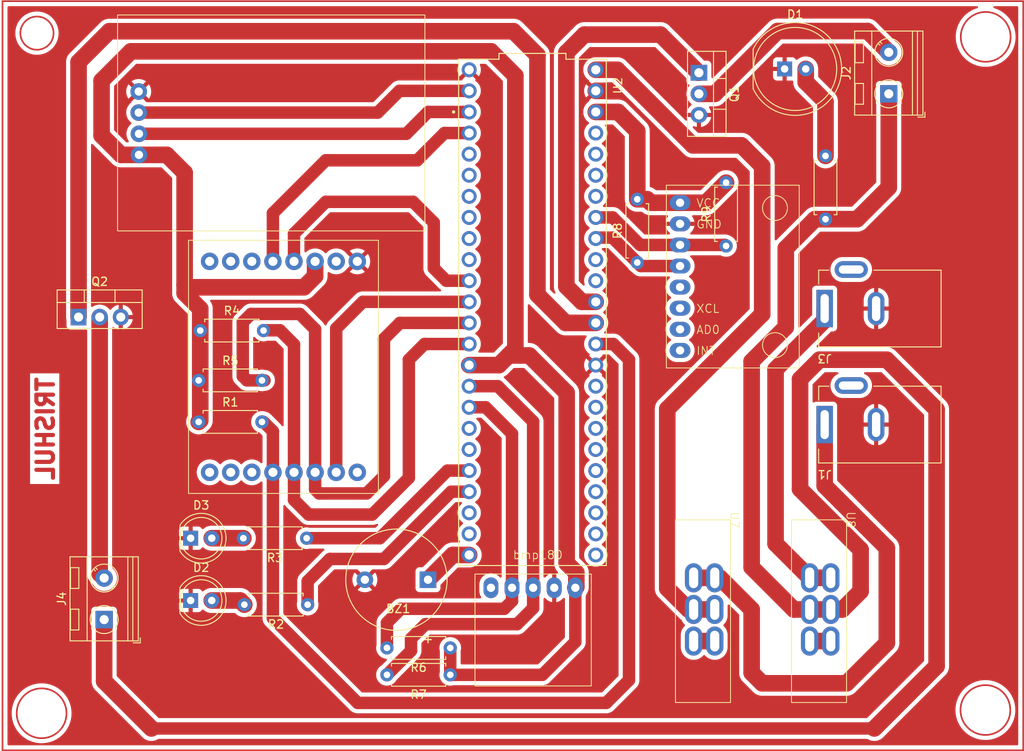
<source format=kicad_pcb>
(kicad_pcb (version 20240108) (generator "pcbnew") (generator_version "8.0")
  (layers (0 "F.Cu" signal) (31 "B.Cu" signal) (34 "B.Paste" user) (35 "F.Paste" user) (36 "B.SilkS" user "B.Silkscreen") (37 "F.SilkS" user "F.Silkscreen") (38 "B.Mask" user) (39 "F.Mask" user) (44 "Edge.Cuts" user))
  (net 0 "")
  (net 1 "Net-(BZ1-+)")
  (net 2 "GND")
  (net 3 "Net-(D2-A)")
  (net 4 "Net-(D3-A)")
  (net 5 "Net-(U2-OUT2)")
  (net 6 "Net-(U2-OUT1C)")
  (net 7 "Net-(U2-RX1)")
  (net 9 "Net-(U2-TX1)")
  (net 12 "Net-(U2-MISO)")
  (net 14 "Net-(U3-Vcc)")
  (net 15 "Net-(U2-CS1)")
  (net 16 "Net-(U2-MOSI)")
  (net 18 "Net-(J4-Pin_2)")
  (net 20 "Net-(U2-A4)")
  (net 21 "Net-(U2-A5)")
  (net 26 "Net-(U2-A11)")
  (net 46 "Net-(U2-TX7)")
  (net 47 "Net-(U2-RX7)")
  (net 49 "Net-(U2-SCK)")
  (net 50 "Net-(U2-A1)")
  (net 56 "Net-(J2-Pin_2)")
  (net 57 "Net-(D1-A)")
  (net 59 "Net-(U2-A10)")
  (net 61 "Net-(J1-Pad1)")
  (net 62 "Net-(U7-Pad3)")
  (net 63 "Net-(J3-Pad1)")
  (net 64 "Net-(J2-Pin_1)")
  (net 65 "Net-(U8-Pad3)")
  (net 66 "Net-(U2-PadVIN)")
  (net 67 "Net-(Q2-G)")
  (footprint "mpu6050:mpu6050" (layer "F.Cu") (at 189.5 92)
    (property "Reference" "U5" (hide yes))
    (property "Value" "~")
    (fp_text user "INT" (at -4.445 9.525 0) (layer "F.SilkS") (effects (font (thickness 0.1)) (justify left bottom)))
    (fp_text user "VCC" (at -4.445 -8.255 0) (layer "F.SilkS") (effects (font (thickness 0.1)) (justify left bottom)))
    (fp_text user "GND" (at -4.445 -5.715 0) (layer "F.SilkS") (effects (font (thickness 0.1)) (justify left bottom)))
    (fp_text user "AD0" (at -4.445 6.985 0) (layer "F.SilkS") (effects (font (thickness 0.1)) (justify left bottom)))
    (fp_text user "XCL" (at -4.445 4.445 0) (layer "F.SilkS") (effects (font (thickness 0.1)) (justify left bottom)))
    (pad "1" thru_hole oval (at -6.35 -8.89) (size 2.5 1.8) (drill 1) (layers "*.Cu" "*.Mask") (net 14 "Net-(U3-Vcc)"))
    (pad "2" thru_hole oval (at -6.35 -6.35) (size 2.5 1.8) (drill 1) (layers "*.Cu" "*.Mask") (net 2 "GND"))
    (pad "3" thru_hole oval (at -6.35 -3.81) (size 2.5 1.8) (drill 1) (layers "*.Cu" "*.Mask") (net 21 "Net-(U2-A5)"))
    (pad "4" thru_hole oval (at -6.35 -1.27) (size 2.5 1.8) (drill 1) (layers "*.Cu" "*.Mask") (net 20 "Net-(U2-A4)"))
    (pad "5" thru_hole oval (at -6.35 1.27) (size 2.5 1.8) (drill 1) (layers "*.Cu" "*.Mask"))
    (pad "6" thru_hole oval (at -6.35 3.81) (size 2.5 1.8) (drill 1) (layers "*.Cu" "*.Mask"))
    (pad "7" thru_hole oval (at -6.35 6.35) (size 2.5 1.8) (drill 1) (layers "*.Cu" "*.Mask"))
    (pad "8" thru_hole oval (at -6.35 8.89) (size 2.5 1.8) (drill 1) (layers "*.Cu" "*.Mask"))
  )
  (footprint "Connector_BarrelJack:BarrelJack_Kycon_KLDX-0202-xC_Horizontal" (layer "F.Cu") (at 200.56 109.82 180)
    (property "Reference" "J1" (at 0 -6 180) (layer "F.SilkS"))
    (property "Value" "Barrel_Jack_MountingPin")
    (pad "1" thru_hole rect (at 0 0 180) (size 2 4.5) (drill oval 1 3.5) (layers "*.Cu" "*.Mask") (net 61 "Net-(J1-Pad1)"))
    (pad "2" thru_hole oval (at -6.2 0 180) (size 2 4) (drill oval 1 3) (layers "*.Cu" "*.Mask") (net 2 "GND"))
    (pad "3" thru_hole oval (at -3.2 4.7 270) (size 2 4) (drill oval 1 3) (layers "*.Cu" "*.Mask"))
  )
  (footprint "6 PIN SLIDE SWITCH:SLIDER PIN" (layer "F.Cu") (at 203.2 121.285 -90)
    (property "Reference" "U8" (at 0 -0.5 -90) (layer "F.SilkS") (effects (font (thickness 0.1))))
    (property "Value" "~")
    (pad "1" thru_hole oval (at 6.985 1.905) (size 2.1 3.5) (drill oval 1.1 2.5) (layers "*.Cu" "*.Mask") (net 63 "Net-(J3-Pad1)"))
    (pad "2" thru_hole oval (at 6.985 4.445) (size 2.1 3.5) (drill oval 1.1 2.5) (layers "*.Cu" "*.Mask") (net 63 "Net-(J3-Pad1)"))
    (pad "3" thru_hole oval (at 14.605 1.905) (size 2.1 3.5) (drill oval 1.1 2.5) (layers "*.Cu" "*.Mask") (net 65 "Net-(U8-Pad3)"))
    (pad "4" thru_hole oval (at 14.605 4.445) (size 2.1 3.5) (drill oval 1.1 2.5) (layers "*.Cu" "*.Mask") (net 65 "Net-(U8-Pad3)"))
    (pad "5" thru_hole oval (at 10.795 1.905) (size 2.1 3.5) (drill oval 1.1 2.5) (layers "*.Cu" "*.Mask") (net 64 "Net-(J2-Pin_1)"))
    (pad "6" thru_hole oval (at 10.795 4.445) (size 2.1 3.5) (drill oval 1.1 2.5) (layers "*.Cu" "*.Mask") (net 64 "Net-(J2-Pin_1)"))
  )
  (footprint "TerminalBlock_RND:TerminalBlock_RND_205-00045_1x02_P5.00mm_Horizontal" (layer "F.Cu") (at 113.81 133.3 90)
    (property "Reference" "J4" (at 2.5 -5.11 90) (layer "F.SilkS"))
    (property "Value" "Screw_Terminal_01x02")
    (pad "1" thru_hole rect (at 0 0 90) (size 2.1 2.1) (drill 1.1) (layers "*.Cu" "*.Mask") (net 64 "Net-(J2-Pin_1)"))
    (pad "2" thru_hole circle (at 5 0 90) (size 2.1 2.1) (drill 1.1) (layers "*.Cu" "*.Mask") (net 18 "Net-(J4-Pin_2)"))
  )
  (footprint "Resistor_THT:R_Axial_DIN0207_L6.3mm_D2.5mm_P7.62mm_Horizontal" (layer "F.Cu") (at 200.66 85.09 90)
    (property "Reference" "R10" (hide yes))
    (property "Value" "R" (hide yes))
    (pad "1" thru_hole circle (at 0 0 90) (size 1.6 1.6) (drill 0.8) (layers "*.Cu" "*.Mask") (net 64 "Net-(J2-Pin_1)"))
    (pad "2" thru_hole oval (at 7.62 0 90) (size 1.6 1.6) (drill 0.8) (layers "*.Cu" "*.Mask") (net 57 "Net-(D1-A)"))
  )
  (footprint "Package_TO_SOT_THT:TO-220-3_Vertical" (layer "F.Cu") (at 110.73 96.88)
    (property "Reference" "Q2" (at 2.54 -4.27 0) (layer "F.SilkS"))
    (property "Value" "IRF540N")
    (pad "1" thru_hole rect (at 0 0) (size 1.905 2) (drill 1.1) (layers "*.Cu" "*.Mask") (net 67 "Net-(Q2-G)"))
    (pad "2" thru_hole oval (at 2.54 0) (size 1.905 2) (drill 1.1) (layers "*.Cu" "*.Mask") (net 18 "Net-(J4-Pin_2)"))
    (pad "3" thru_hole oval (at 5.08 0) (size 1.905 2) (drill 1.1) (layers "*.Cu" "*.Mask") (net 2 "GND"))
  )
  (footprint "LoRa-Ra-02:LoRa-02" (layer "F.Cu") (at 146.83 87.63 -90)
    (property "Reference" "U6" (hide yes))
    (property "Value" "~" (hide yes))
    (pad "1" thru_hole circle (at 2.54 2.54 270) (size 2.1 2.1) (drill 1.1) (layers "*.Cu" "*.Mask") (net 2 "GND"))
    (pad "2" thru_hole circle (at 2.54 5.08 270) (size 2.1 2.1) (drill 1.1) (layers "*.Cu" "*.Mask"))
    (pad "3" thru_hole circle (at 2.54 7.62 270) (size 2.1 2.1) (drill 1.1) (layers "*.Cu" "*.Mask") (net 14 "Net-(U3-Vcc)"))
    (pad "4" thru_hole circle (at 2.54 10.16 270) (size 2.1 2.1) (drill 1.1) (layers "*.Cu" "*.Mask") (net 6 "Net-(U2-OUT1C)"))
    (pad "5" thru_hole circle (at 2.54 12.7 270) (size 2.1 2.1) (drill 1.1) (layers "*.Cu" "*.Mask") (net 5 "Net-(U2-OUT2)"))
    (pad "6" thru_hole circle (at 2.54 15.24 270) (size 2.1 2.1) (drill 1.1) (layers "*.Cu" "*.Mask"))
    (pad "7" thru_hole circle (at 2.54 17.78 270) (size 2.1 2.1) (drill 1.1) (layers "*.Cu" "*.Mask"))
    (pad "8" thru_hole circle (at 2.54 20.32 270) (size 2.1 2.1) (drill 1.1) (layers "*.Cu" "*.Mask"))
    (pad "9" thru_hole circle (at 27.94 2.54 270) (size 2.1 2.1) (drill 1.1) (layers "*.Cu" "*.Mask"))
    (pad "10" thru_hole circle (at 27.94 5.08 270) (size 2.1 2.1) (drill 1.1) (layers "*.Cu" "*.Mask") (net 15 "Net-(U2-CS1)"))
    (pad "11" thru_hole circle (at 27.94 7.62 270) (size 2.1 2.1) (drill 1.1) (layers "*.Cu" "*.Mask") (net 16 "Net-(U2-MOSI)"))
    (pad "12" thru_hole circle (at 27.94 10.16 270) (size 2.1 2.1) (drill 1.1) (layers "*.Cu" "*.Mask") (net 12 "Net-(U2-MISO)"))
    (pad "13" thru_hole circle (at 27.94 12.7 270) (size 2.1 2.1) (drill 1.1) (layers "*.Cu" "*.Mask") (net 49 "Net-(U2-SCK)"))
    (pad "14" thru_hole circle (at 27.94 15.24 270) (size 2.1 2.1) (drill 1.1) (layers "*.Cu" "*.Mask"))
    (pad "15" thru_hole circle (at 27.94 17.78 270) (size 2.1 2.1) (drill 1.1) (layers "*.Cu" "*.Mask"))
    (pad "16" thru_hole circle (at 27.94 20.32 270) (size 2.1 2.1) (drill 1.1) (layers "*.Cu" "*.Mask"))
  )
  (footprint "teensy:MODULE_DEV-16771" (layer "F.Cu") (at 165.38 96.31 -90)
    (property "Reference" "U2" (at -27.305 -10.295 90) (layer "F.SilkS"))
    (property "Value" "DEV-16771")
    (pad "0" thru_hole circle (at -26.67 7.62 270) (size 1.8 1.8) (drill 1.1) (layers "*.Cu" "*.Mask") (net 7 "Net-(U2-RX1)"))
    (pad "1" thru_hole circle (at -24.13 7.62 270) (size 1.8 1.8) (drill 1.1) (layers "*.Cu" "*.Mask") (net 9 "Net-(U2-TX1)"))
    (pad "2" thru_hole circle (at -21.59 7.62 270) (size 1.8 1.8) (drill 1.1) (layers "*.Cu" "*.Mask") (net 5 "Net-(U2-OUT2)"))
    (pad "3" thru_hole circle (at -19.05 7.62 270) (size 1.8 1.8) (drill 1.1) (layers "*.Cu" "*.Mask"))
    (pad "3.3V_1" thru_hole circle (at 6.35 7.62 270) (size 1.8 1.8) (drill 1.1) (layers "*.Cu" "*.Mask") (net 14 "Net-(U3-Vcc)"))
    (pad "3.3V_2" thru_hole circle (at -24.13 -7.62 270) (size 1.8 1.8) (drill 1.1) (layers "*.Cu" "*.Mask") (net 14 "Net-(U3-Vcc)"))
    (pad "4" thru_hole circle (at -16.51 7.62 270) (size 1.8 1.8) (drill 1.1) (layers "*.Cu" "*.Mask"))
    (pad "5" thru_hole circle (at -13.97 7.62 270) (size 1.8 1.8) (drill 1.1) (layers "*.Cu" "*.Mask"))
    (pad "6" thru_hole circle (at -11.43 7.62 270) (size 1.8 1.8) (drill 1.1) (layers "*.Cu" "*.Mask"))
    (pad "7" thru_hole circle (at -8.89 7.62 270) (size 1.8 1.8) (drill 1.1) (layers "*.Cu" "*.Mask"))
    (pad "8" thru_hole circle (at -6.35 7.62 270) (size 1.8 1.8) (drill 1.1) (layers "*.Cu" "*.Mask"))
    (pad "9" thru_hole circle (at -3.81 7.62 270) (size 1.8 1.8) (drill 1.1) (layers "*.Cu" "*.Mask") (net 6 "Net-(U2-OUT1C)"))
    (pad "10" thru_hole circle (at -1.27 7.62 270) (size 1.8 1.8) (drill 1.1) (layers "*.Cu" "*.Mask") (net 15 "Net-(U2-CS1)"))
    (pad "11" thru_hole circle (at 1.27 7.62 270) (size 1.8 1.8) (drill 1.1) (layers "*.Cu" "*.Mask") (net 16 "Net-(U2-MOSI)"))
    (pad "12" thru_hole circle (at 3.81 7.62 270) (size 1.8 1.8) (drill 1.1) (layers "*.Cu" "*.Mask") (net 12 "Net-(U2-MISO)"))
    (pad "13" thru_hole circle (at 3.81 -7.62 270) (size 1.8 1.8) (drill 1.1) (layers "*.Cu" "*.Mask") (net 49 "Net-(U2-SCK)"))
    (pad "14" thru_hole circle (at 1.27 -7.62 270) (size 1.8 1.8) (drill 1.1) (layers "*.Cu" "*.Mask") (net 67 "Net-(Q2-G)"))
    (pad "15" thru_hole circle (at -1.27 -7.62 270) (size 1.8 1.8) (drill 1.1) (layers "*.Cu" "*.Mask") (net 50 "Net-(U2-A1)"))
    (pad "16" thru_hole circle (at -3.81 -7.62 270) (size 1.8 1.8) (drill 1.1) (layers "*.Cu" "*.Mask"))
    (pad "17" thru_hole circle (at -6.35 -7.62 270) (size 1.8 1.8) (drill 1.1) (layers "*.Cu" "*.Mask"))
    (pad "18" thru_hole circle (at -8.89 -7.62 270) (size 1.8 1.8) (drill 1.1) (layers "*.Cu" "*.Mask") (net 20 "Net-(U2-A4)"))
    (pad "19" thru_hole circle (at -11.43 -7.62 270) (size 1.8 1.8) (drill 1.1) (layers "*.Cu" "*.Mask") (net 21 "Net-(U2-A5)"))
    (pad "20" thru_hole circle (at -13.97 -7.62 270) (size 1.8 1.8) (drill 1.1) (layers "*.Cu" "*.Mask"))
    (pad "21" thru_hole circle (at -16.51 -7.62 270) (size 1.8 1.8) (drill 1.1) (layers "*.Cu" "*.Mask"))
    (pad "22" thru_hole circle (at -19.05 -7.62 270) (size 1.8 1.8) (drill 1.1) (layers "*.Cu" "*.Mask"))
    (pad "23" thru_hole circle (at -21.59 -7.62 270) (size 1.8 1.8) (drill 1.1) (layers "*.Cu" "*.Mask"))
    (pad "24" thru_hole circle (at 8.89 7.62 270) (size 1.8 1.8) (drill 1.1) (layers "*.Cu" "*.Mask") (net 59 "Net-(U2-A10)"))
    (pad "25" thru_hole circle (at 11.43 7.62 270) (size 1.8 1.8) (drill 1.1) (layers "*.Cu" "*.Mask") (net 26 "Net-(U2-A11)"))
    (pad "26" thru_hole circle (at 13.97 7.62 270) (size 1.8 1.8) (drill 1.1) (layers "*.Cu" "*.Mask"))
    (pad "27" thru_hole circle (at 16.51 7.62 270) (size 1.8 1.8) (drill 1.1) (layers "*.Cu" "*.Mask"))
    (pad "28" thru_hole circle (at 19.05 7.62 270) (size 1.8 1.8) (drill 1.1) (layers "*.Cu" "*.Mask") (net 47 "Net-(U2-RX7)"))
    (pad "29" thru_hole circle (at 21.59 7.62 270) (size 1.8 1.8) (drill 1.1) (layers "*.Cu" "*.Mask") (net 46 "Net-(U2-TX7)"))
    (pad "30" thru_hole circle (at 24.13 7.62 270) (size 1.8 1.8) (drill 1.1) (layers "*.Cu" "*.Mask"))
    (pad "31" thru_hole circle (at 26.67 7.62 270) (size 1.8 1.8) (drill 1.1) (layers "*.Cu" "*.Mask"))
    (pad "32" thru_hole circle (at 29.21 7.62 270) (size 1.8 1.8) (drill 1.1) (layers "*.Cu" "*.Mask") (net 1 "Net-(BZ1-+)"))
    (pad "33" thru_hole circle (at 29.21 -7.62 270) (size 1.8 1.8) (drill 1.1) (layers "*.Cu" "*.Mask"))
    (pad "34" thru_hole circle (at 26.67 -7.62 270) (size 1.8 1.8) (drill 1.1) (layers "*.Cu" "*.Mask"))
    (pad "35" thru_hole circle (at 24.13 -7.62 270) (size 1.8 1.8) (drill 1.1) (layers "*.Cu" "*.Mask"))
    (pad "36" thru_hole circle (at 21.59 -7.62 270) (size 1.8 1.8) (drill 1.1) (layers "*.Cu" "*.Mask"))
    (pad "37" thru_hole circle (at 19.05 -7.62 270) (size 1.8 1.8) (drill 1.1) (layers "*.Cu" "*.Mask"))
    (pad "38" thru_hole circle (at 16.51 -7.62 270) (size 1.8 1.8) (drill 1.1) (layers "*.Cu" "*.Mask"))
    (pad "39" thru_hole circle (at 13.97 -7.62 270) (size 1.8 1.8) (drill 1.1) (layers "*.Cu" "*.Mask"))
    (pad "40" thru_hole circle (at 11.43 -7.62 270) (size 1.8 1.8) (drill 1.1) (layers "*.Cu" "*.Mask"))
    (pad "41" thru_hole circle (at 8.89 -7.62 270) (size 1.8 1.8) (drill 1.1) (layers "*.Cu" "*.Mask"))
    (pad "GND1" thru_hole circle (at -29.21 7.62 270) (size 1.8 1.8) (drill 1.1) (layers "*.Cu" "*.Mask") (net 2 "GND"))
    (pad "GND2" thru_hole circle (at 6.35 -7.62 270) (size 1.8 1.8) (drill 1.1) (layers "*.Cu" "*.Mask") (net 2 "GND"))
    (pad "GND3" thru_hole circle (at -26.67 -7.62 270) (size 1.8 1.8) (drill 1.1) (layers "*.Cu" "*.Mask") (net 2 "GND"))
    (pad "VIN" thru_hole circle (at -29.21 -7.62 270) (size 1.8 1.8) (drill 1.1) (layers "*.Cu" "*.Mask") (net 66 "Net-(U2-PadVIN)"))
  )
  (footprint "Resistor_THT:R_Axial_DIN0207_L6.3mm_D2.5mm_P7.62mm_Horizontal" (layer "F.Cu") (at 188.69 88.31 90)
    (property "Reference" "R9" (at 3.81 -2.37 90) (layer "F.SilkS"))
    (property "Value" "R")
    (pad "1" thru_hole circle (at 0 0 90) (size 1.6 1.6) (drill 0.8) (layers "*.Cu" "*.Mask") (net 21 "Net-(U2-A5)"))
    (pad "2" thru_hole oval (at 7.62 0 90) (size 1.6 1.6) (drill 0.8) (layers "*.Cu" "*.Mask") (net 14 "Net-(U3-Vcc)"))
  )
  (footprint "LED_THT:LED_D5.0mm" (layer "F.Cu") (at 124.225 123.5)
    (property "Reference" "D3" (at 1.27 -3.96 0) (layer "F.SilkS"))
    (property "Value" "LED")
    (pad "1" thru_hole rect (at 0 0) (size 1.8 1.8) (drill 0.9) (layers "*.Cu" "*.Mask") (net 2 "GND"))
    (pad "2" thru_hole circle (at 2.54 0) (size 1.8 1.8) (drill 0.9) (layers "*.Cu" "*.Mask") (net 4 "Net-(D3-A)"))
  )
  (footprint "Connector_BarrelJack:BarrelJack_Kycon_KLDX-0202-xC_Horizontal" (layer "F.Cu") (at 200.56 95.85 180)
    (property "Reference" "J3" (at 0 -6 180) (layer "F.SilkS"))
    (property "Value" "Barrel_Jack_MountingPin")
    (pad "1" thru_hole rect (at 0 0 180) (size 2 4.5) (drill oval 1 3.5) (layers "*.Cu" "*.Mask") (net 63 "Net-(J3-Pad1)"))
    (pad "2" thru_hole oval (at -6.2 0 180) (size 2 4) (drill oval 1 3) (layers "*.Cu" "*.Mask") (net 2 "GND"))
    (pad "3" thru_hole oval (at -3.2 4.7 270) (size 2 4) (drill oval 1 3) (layers "*.Cu" "*.Mask"))
  )
  (footprint "Resistor_THT:R_Axial_DIN0207_L6.3mm_D2.5mm_P7.62mm_Horizontal" (layer "F.Cu") (at 125.38 98.5)
    (property "Reference" "R4" (at 3.81 -2.37 0) (layer "F.SilkS"))
    (property "Value" "R")
    (pad "1" thru_hole circle (at 0 0) (size 1.6 1.6) (drill 0.8) (layers "*.Cu" "*.Mask") (net 14 "Net-(U3-Vcc)"))
    (pad "2" thru_hole oval (at 7.62 0) (size 1.6 1.6) (drill 0.8) (layers "*.Cu" "*.Mask") (net 12 "Net-(U2-MISO)"))
  )
  (footprint "Package_TO_SOT_THT:TO-220-3_Vertical" (layer "F.Cu") (at 185.42 67.46 -90)
    (property "Reference" "Q1" (at 2.54 -4.27 -90) (layer "F.SilkS"))
    (property "Value" "IRFZ44N")
    (pad "1" thru_hole rect (at 0 0 270) (size 1.905 2) (drill 1.1) (layers "*.Cu" "*.Mask") (net 50 "Net-(U2-A1)"))
    (pad "2" thru_hole oval (at 2.54 0 270) (size 1.905 2) (drill 1.1) (layers "*.Cu" "*.Mask") (net 56 "Net-(J2-Pin_2)"))
    (pad "3" thru_hole oval (at 5.08 0 270) (size 1.905 2) (drill 1.1) (layers "*.Cu" "*.Mask") (net 2 "GND"))
  )
  (footprint "Resistor_THT:R_Axial_DIN0207_L6.3mm_D2.5mm_P7.62mm_Horizontal" (layer "F.Cu") (at 138.31 131.5 180)
    (property "Reference" "R2" (at 3.81 -2.37 180) (layer "F.SilkS"))
    (property "Value" "R")
    (pad "1" thru_hole circle (at 0 0 180) (size 1.6 1.6) (drill 0.8) (layers "*.Cu" "*.Mask") (net 46 "Net-(U2-TX7)"))
    (pad "2" thru_hole oval (at 7.62 0 180) (size 1.6 1.6) (drill 0.8) (layers "*.Cu" "*.Mask") (net 3 "Net-(D2-A)"))
  )
  (footprint "LED_THT:LED_D5.0mm" (layer "F.Cu") (at 124.225 131)
    (property "Reference" "D2" (at 1.27 -3.96 0) (layer "F.SilkS"))
    (property "Value" "LED")
    (pad "1" thru_hole rect (at 0 0) (size 1.8 1.8) (drill 0.9) (layers "*.Cu" "*.Mask") (net 2 "GND"))
    (pad "2" thru_hole circle (at 2.54 0) (size 1.8 1.8) (drill 0.9) (layers "*.Cu" "*.Mask") (net 3 "Net-(D2-A)"))
  )
  (footprint "Resistor_THT:R_Axial_DIN0207_L6.3mm_D2.5mm_P7.62mm_Horizontal" (layer "F.Cu") (at 125.19 104.5)
    (property "Reference" "R5" (at 3.81 -2.37 0) (layer "F.SilkS"))
    (property "Value" "R")
    (pad "1" thru_hole circle (at 0 0) (size 1.6 1.6) (drill 0.8) (layers "*.Cu" "*.Mask") (net 14 "Net-(U3-Vcc)"))
    (pad "2" thru_hole oval (at 7.62 0) (size 1.6 1.6) (drill 0.8) (layers "*.Cu" "*.Mask") (net 16 "Net-(U2-MOSI)"))
  )
  (footprint "Buzzer_Beeper:Buzzer_12x9.5RM7.6" (layer "F.Cu") (at 152.8 128.5 180)
    (property "Reference" "BZ1" (at 3.59 -3.5 0) (layer "F.SilkS"))
    (property "Value" "Buzzer")
    (fp_text user "+" (at -0.01 -7.135 0) (layer "F.SilkS"))
    (pad "1" thru_hole rect (at 0 0 180) (size 2 2) (drill 1) (layers "*.Cu" "*.Mask") (net 1 "Net-(BZ1-+)"))
    (pad "2" thru_hole circle (at 7.6 0 180) (size 2 2) (drill 1) (layers "*.Cu" "*.Mask") (net 2 "GND"))
  )
  (footprint "BMP180:BMP180" (layer "F.Cu") (at 165.46 123.12)
    (property "Reference" "U4" (hide yes))
    (property "Value" "~")
    (fp_text user "bmp180" (at -2.5 2.98 0) (layer "F.SilkS") (effects (font (thickness 0.1)) (justify left bottom)))
    (pad "1" thru_hole oval (at 5.08 6.35) (size 1.8 2.5) (drill 1) (layers "*.Cu" "*.Mask") (net 14 "Net-(U3-Vcc)"))
    (pad "2" thru_hole oval (at 2.54 6.35) (size 1.8 2.5) (drill 1) (layers "*.Cu" "*.Mask") (net 2 "GND"))
    (pad "3" thru_hole oval (at 0 6.35) (size 1.8 2.5) (drill 1) (layers "*.Cu" "*.Mask") (net 59 "Net-(U2-A10)"))
    (pad "4" thru_hole oval (at -2.54 6.35) (size 1.8 2.5) (drill 1) (layers "*.Cu" "*.Mask") (net 26 "Net-(U2-A11)"))
    (pad "5" thru_hole oval (at -5.08 6.35) (size 1.8 2.5) (drill 1) (layers "*.Cu" "*.Mask"))
  )
  (footprint "6 PIN SLIDE SWITCH:SLIDER PIN" (layer "F.Cu") (at 189.23 121.285 -90)
    (property "Reference" "U7" (at 0 -0.5 -90) (layer "F.SilkS") (effects (font (thickness 0.1))))
    (property "Value" "~")
    (pad "1" thru_hole oval (at 6.985 1.905) (size 2.1 3.5) (drill oval 1.1 2.5) (layers "*.Cu" "*.Mask") (net 61 "Net-(J1-Pad1)"))
    (pad "2" thru_hole oval (at 6.985 4.445) (size 2.1 3.5) (drill oval 1.1 2.5) (layers "*.Cu" "*.Mask") (net 61 "Net-(J1-Pad1)"))
    (pad "3" thru_hole oval (at 14.605 1.905) (size 2.1 3.5) (drill oval 1.1 2.5) (layers "*.Cu" "*.Mask") (net 62 "Net-(U7-Pad3)"))
    (pad "4" thru_hole oval (at 14.605 4.445) (size 2.1 3.5) (drill oval 1.1 2.5) (layers "*.Cu" "*.Mask") (net 62 "Net-(U7-Pad3)"))
    (pad "5" thru_hole oval (at 10.795 1.905) (size 2.1 3.5) (drill oval 1.1 2.5) (layers "*.Cu" "*.Mask") (net 66 "Net-(U2-PadVIN)"))
    (pad "6" thru_hole oval (at 10.795 4.445) (size 2.1 3.5) (drill oval 1.1 2.5) (layers "*.Cu" "*.Mask") (net 66 "Net-(U2-PadVIN)"))
  )
  (footprint "Resistor_THT:R_Axial_DIN0207_L6.3mm_D2.5mm_P7.62mm_Horizontal" (layer "F.Cu") (at 178 90.31 90)
    (property "Reference" "R8" (at 3.81 -2.37 90) (layer "F.SilkS"))
    (property "Value" "R")
    (pad "1" thru_hole circle (at 0 0 90) (size 1.6 1.6) (drill 0.8) (layers "*.Cu" "*.Mask") (net 20 "Net-(U2-A4)"))
    (pad "2" thru_hole oval (at 7.62 0 90) (size 1.6 1.6) (drill 0.8) (layers "*.Cu" "*.Mask") (net 14 "Net-(U3-Vcc)"))
  )
  (footprint "Resistor_THT:R_Axial_DIN0207_L6.3mm_D2.5mm_P7.62mm_Horizontal" (layer "F.Cu") (at 138.19 123.5 180)
    (property "Reference" "R3" (at 3.81 -2.37 180) (layer "F.SilkS"))
    (property "Value" "R")
    (pad "1" thru_hole circle (at 0 0 180) (size 1.6 1.6) (drill 0.8) (layers "*.Cu" "*.Mask") (net 47 "Net-(U2-RX7)"))
    (pad "2" thru_hole oval (at 7.62 0 180) (size 1.6 1.6) (drill 0.8) (layers "*.Cu" "*.Mask") (net 4 "Net-(D3-A)"))
  )
  (footprint "LED_THT:LED_D10.0mm" (layer "F.Cu") (at 195.74 67)
    (property "Reference" "D1" (at 1.27 -6.56 0) (layer "F.SilkS"))
    (property "Value" "LED")
    (pad "1" thru_hole rect (at 0 0) (size 1.8 1.8) (drill 0.9) (layers "*.Cu" "*.Mask") (net 2 "GND"))
    (pad "2" thru_hole circle (at 2.54 0) (size 1.8 1.8) (drill 0.9) (layers "*.Cu" "*.Mask") (net 57 "Net-(D1-A)"))
  )
  (footprint "Resistor_THT:R_Axial_DIN0207_L6.3mm_D2.5mm_P7.62mm_Horizontal" (layer "F.Cu") (at 155.48 136.71 180)
    (property "Reference" "R6" (at 3.81 -2.37 0) (layer "F.SilkS"))
    (property "Value" "R")
    (pad "1" thru_hole circle (at 0 0 180) (size 1.6 1.6) (drill 0.8) (layers "*.Cu" "*.Mask") (net 14 "Net-(U3-Vcc)"))
    (pad "2" thru_hole oval (at 7.62 0 180) (size 1.6 1.6) (drill 0.8) (layers "*.Cu" "*.Mask") (net 26 "Net-(U2-A11)"))
  )
  (footprint "Resistor_THT:R_Axial_DIN0207_L6.3mm_D2.5mm_P7.62mm_Horizontal" (layer "F.Cu") (at 155.48 139.95 180)
    (property "Reference" "R7" (at 3.81 -2.37 0) (layer "F.SilkS"))
    (property "Value" "R")
    (pad "1" thru_hole circle (at 0 0 180) (size 1.6 1.6) (drill 0.8) (layers "*.Cu" "*.Mask") (net 14 "Net-(U3-Vcc)"))
    (pad "2" thru_hole oval (at 7.62 0 180) (size 1.6 1.6) (drill 0.8) (layers "*.Cu" "*.Mask") (net 59 "Net-(U2-A10)"))
  )
  (footprint "GPS MODULE FINAL:GPS" (layer "F.Cu") (at 115.428919 73.5)
    (property "Reference" "U3" (hide yes))
    (property "Value" "~" (hide yes))
    (pad "1" thru_hole circle (at 2.571081 3.846144) (size 2 2) (drill 1) (layers "*.Cu" "*.Mask") (net 14 "Net-(U3-Vcc)"))
    (pad "2" thru_hole circle (at 2.571081 1.309001) (size 2 2) (drill 1) (layers "*.Cu" "*.Mask") (net 9 "Net-(U2-TX1)"))
    (pad "3" thru_hole circle (at 2.541918 -1.242723) (size 2 2) (drill 1) (layers "*.Cu" "*.Mask") (net 7 "Net-(U2-RX1)"))
    (pad "4" thru_hole circle (at 2.541918 -3.779866) (size 2 2) (drill 1) (layers "*.Cu" "*.Mask") (net 2 "GND"))
  )
  (footprint "TerminalBlock_RND:TerminalBlock_RND_205-00045_1x02_P5.00mm_Horizontal" (layer "F.Cu") (at 208.28 70 90)
    (property "Reference" "J2" (at 2.5 -5.11 90) (layer "F.SilkS"))
    (property "Value" "Screw_Terminal_01x02")
    (pad "1" thru_hole rect (at 0 0 90) (size 2.1 2.1) (drill 1.1) (layers "*.Cu" "*.Mask") (net 64 "Net-(J2-Pin_1)"))
    (pad "2" thru_hole circle (at 5 0 90) (size 2.1 2.1) (drill 1.1) (layers "*.Cu" "*.Mask") (net 56 "Net-(J2-Pin_2)"))
  )
  (footprint "Resistor_THT:R_Axial_DIN0207_L6.3mm_D2.5mm_P7.62mm_Horizontal" (layer "F.Cu") (at 125.19 109.5)
    (property "Reference" "R1" (at 3.81 -2.37 0) (layer "F.SilkS"))
    (property "Value" "R")
    (pad "1" thru_hole circle (at 0 0) (size 1.6 1.6) (drill 0.8) (layers "*.Cu" "*.Mask") (net 14 "Net-(U3-Vcc)"))
    (pad "2" thru_hole oval (at 7.62 0) (size 1.6 1.6) (drill 0.8) (layers "*.Cu" "*.Mask") (net 49 "Net-(U2-SCK)"))
  )
  (gr_rect (start 101.57 58.84) (end 224.47 149.04) (stroke (width 0.2)) (fill none) (layer "F.Cu") (net 9))
  (gr_circle (center 219.913849 144.19) (end 222.913849 144.19) (stroke (width 0.2)) (fill none) (layer "F.Cu"))
  (gr_circle (center 219.947365 63.14) (end 222.947365 63.14) (stroke (width 0.2)) (fill none) (layer "F.Cu"))
  (gr_circle (center 105.72 62.69) (end 107.72 62.69) (stroke (width 0.2)) (fill none) (layer "F.Cu"))
  (gr_circle (center 106.28 144.58) (end 106.28 141.58) (stroke (width 0.2)) (fill none) (layer "F.Cu"))
  (gr_text "TRISHUL\n" (at 107.92 103.89 90) (layer "F.Cu") (effects (font (size 2 2) (thickness 0.5) (bold yes)) (justify left bottom mirror)))
  (segment (start 155.78 125.52) (end 152.8 128.5) (width 2) (layer "F.Cu") (net 1))
  (segment (start 157.76 125.52) (end 155.78 125.52) (width 2) (layer "F.Cu") (net 1))
  (segment (start 174.55 69.64) (end 173 69.64) (width 2) (layer "F.Cu") (net 2))
  (segment (start 126.765 131) (end 130.19 131) (width 2) (layer "F.Cu") (net 3))
  (segment (start 130.19 131) (end 130.69 131.5) (width 2) (layer "F.Cu") (net 3))
  (segment (start 126.765 123.5) (end 130.57 123.5) (width 2) (layer "F.Cu") (net 4))
  (segment (start 154.78 74.72) (end 157.76 74.72) (width 1.5) (layer "F.Cu") (net 5))
  (segment (start 134.13 90.17) (end 134.13 84.37) (width 1.5) (layer "F.Cu") (net 5))
  (segment (start 151.5 78) (end 154.78 74.72) (width 1.5) (layer "F.Cu") (net 5))
  (segment (start 134.13 84.37) (end 140.5 78) (width 1.5) (layer "F.Cu") (net 5))
  (segment (start 140.5 78) (end 151.5 78) (width 1.5) (layer "F.Cu") (net 5))
  (segment (start 155 92.5) (end 157.76 92.5) (width 1.5) (layer "F.Cu") (net 6))
  (segment (start 136.67 90.17) (end 136.67 86.83) (width 1.5) (layer "F.Cu") (net 6))
  (segment (start 140.5 83) (end 151 83) (width 1.5) (layer "F.Cu") (net 6))
  (segment (start 136.67 86.83) (end 140.5 83) (width 1.5) (layer "F.Cu") (net 6))
  (segment (start 153.5 91) (end 155 92.5) (width 1.5) (layer "F.Cu") (net 6))
  (segment (start 153.5 85.5) (end 153.5 91) (width 1.5) (layer "F.Cu") (net 6))
  (segment (start 151 83) (end 153.5 85.5) (width 1.5) (layer "F.Cu") (net 6))
  (segment (start 149.36 69.64) (end 157.76 69.64) (width 1.5) (layer "F.Cu") (net 7))
  (segment (start 117.970837 72.257277) (end 146.742723 72.257277) (width 1.5) (layer "F.Cu") (net 7))
  (segment (start 146.742723 72.257277) (end 149.36 69.64) (width 1.5) (layer "F.Cu") (net 7))
  (segment (start 152.82 72.18) (end 157.76 72.18) (width 1.5) (layer "F.Cu") (net 9))
  (segment (start 118 74.809001) (end 150.190999 74.809001) (width 1.5) (layer "F.Cu") (net 9))
  (segment (start 150.190999 74.809001) (end 152.82 72.18) (width 1.5) (layer "F.Cu") (net 9))
  (segment (start 146.085 120.65) (end 138.43 120.65) (width 1.5) (layer "F.Cu") (net 12))
  (segment (start 136.67 118.89) (end 136.67 100.17) (width 1.5) (layer "F.Cu") (net 12))
  (segment (start 150.5 116.235) (end 146.085 120.65) (width 1.5) (layer "F.Cu") (net 12))
  (segment (start 152.38 100.12) (end 150.5 102) (width 1.5) (layer "F.Cu") (net 12))
  (segment (start 134.97 98.47) (end 133.12 98.47) (width 1.5) (layer "F.Cu") (net 12))
  (segment (start 138.43 120.65) (end 136.67 118.89) (width 1.5) (layer "F.Cu") (net 12))
  (segment (start 136.67 100.17) (end 134.97 98.47) (width 1.5) (layer "F.Cu") (net 12))
  (segment (start 157.76 100.12) (end 152.38 100.12) (width 1.5) (layer "F.Cu") (net 12))
  (segment (start 150.5 102) (end 150.5 116.235) (width 1.5) (layer "F.Cu") (net 12))
  (segment (start 139.21 91.95) (end 137.87 93.29) (width 2) (layer "F.Cu") (net 14))
  (segment (start 155.48 136.71) (end 155.48 139.95) (width 1.5) (layer "F.Cu") (net 14))
  (segment (start 170.66 127.66) (end 170.66 129.35) (width 2) (layer "F.Cu") (net 14))
  (segment (start 179.61 83.11) (end 179.19 82.69) (width 2) (layer "F.Cu") (net 14))
  (segment (start 113.5 75) (end 115.846144 77.346144) (width 2) (layer "F.Cu") (net 14))
  (segment (start 121.346144 77.346144) (end 118 77.346144) (width 2) (layer "F.Cu") (net 14))
  (segment (start 186.27 83.11) (end 188.69 80.69) (width 2) (layer "F.Cu") (net 14))
  (segment (start 162.5 101.5) (end 165 101.5) (width 2) (layer "F.Cu") (net 14))
  (segment (start 179.19 82.69) (end 178 82.69) (width 2) (layer "F.Cu") (net 14))
  (segment (start 123.5 93) (end 123.5 94) (width 2) (layer "F.Cu") (net 14))
  (segment (start 162.5 101.5) (end 163.32 100.68) (width 2) (layer "F.Cu") (net 14))
  (segment (start 166.57 139.95) (end 170.54 135.98) (width 1.5) (layer "F.Cu") (net 14))
  (segment (start 178 82.69) (end 178 74.5) (width 2) (layer "F.Cu") (net 14))
  (segment (start 125.38 95.88) (end 125.38 98.5) (width 2) (layer "F.Cu") (net 14))
  (segment (start 183.15 83.11) (end 186.27 83.11) (width 2) (layer "F.Cu") (net 14))
  (segment (start 163.32 100.68) (end 163.32 67.82) (width 2) (layer "F.Cu") (net 14))
  (segment (start 175.68 72.18) (end 173 72.18) (width 2) (layer "F.Cu") (net 14))
  (segment (start 169.5 126.5) (end 170.66 127.66) (width 2) (layer "F.Cu") (net 14))
  (segment (start 169.5 106) (end 169.5 126.5) (width 2) (layer "F.Cu") (net 14))
  (segment (start 123.79 93.29) (end 123.5 93) (width 2) (layer "F.Cu") (net 14))
  (segment (start 123.5 93) (end 123.5 79.5) (width 2) (layer "F.Cu") (net 14))
  (segment (start 170.54 135.98) (end 170.54 129.47) (width 1.5) (layer "F.Cu") (net 14))
  (segment (start 137.87 93.29) (end 123.79 93.29) (width 2) (layer "F.Cu") (net 14))
  (segment (start 155.48 139.95) (end 166.57 139.95) (width 1.5) (layer "F.Cu") (net 14))
  (segment (start 117.04 64.88) (end 113.5 68.42) (width 2) (layer "F.Cu") (net 14))
  (segment (start 113.5 68.42) (end 113.5 75) (width 2) (layer "F.Cu") (net 14))
  (segment (start 170.66 129.35) (end 170.54 129.47) (width 2) (layer "F.Cu") (net 14))
  (segment (start 125.38 98.5) (end 125.38 109.31) (width 2) (layer "F.Cu") (net 14))
  (segment (start 123.5 79.5) (end 121.346144 77.346144) (width 2) (layer "F.Cu") (net 14))
  (segment (start 161.34 102.66) (end 162.5 101.5) (width 2) (layer "F.Cu") (net 14))
  (segment (start 125.38 109.31) (end 125.19 109.5) (width 2) (layer "F.Cu") (net 14))
  (segment (start 165 101.5) (end 169.5 106) (width 2) (layer "F.Cu") (net 14))
  (segment (start 123.5 94) (end 125.38 95.88) (width 2) (layer "F.Cu") (net 14))
  (segment (start 179.61 83.11) (end 183.15 83.11) (width 2) (layer "F.Cu") (net 14))
  (segment (start 163.32 67.82) (end 160.38 64.88) (width 2) (layer "F.Cu") (net 14))
  (segment (start 115.846144 77.346144) (end 118 77.346144) (width 2) (layer "F.Cu") (net 14))
  (segment (start 160.38 64.88) (end 117.04 64.88) (width 2) (layer "F.Cu") (net 14))
  (segment (start 178 74.5) (end 175.68 72.18) (width 2) (layer "F.Cu") (net 14))
  (segment (start 157.76 102.66) (end 161.34 102.66) (width 2) (layer "F.Cu") (net 14))
  (segment (start 139.21 90.17) (end 139.21 91.95) (width 2) (layer "F.Cu") (net 14))
  (segment (start 157.76 95.04) (end 144.96 95.04) (width 1.5) (layer "F.Cu") (net 15))
  (segment (start 141.75 98.25) (end 141.75 115.57) (width 1.5) (layer "F.Cu") (net 15))
  (segment (start 144.96 95.04) (end 141.75 98.25) (width 1.5) (layer "F.Cu") (net 15))
  (segment (start 147.5 116.025) (end 147.5 99.5) (width 1.5) (layer "F.Cu") (net 16))
  (segment (start 139.21 98.35) (end 139.21 115.57) (width 1.5) (layer "F.Cu") (net 16))
  (segment (start 131.5 96.5) (end 137.36 96.5) (width 1.5) (layer "F.Cu") (net 16))
  (segment (start 145.415 118.11) (end 147.5 116.025) (width 1.5) (layer "F.Cu") (net 16))
  (segment (start 139.21 117.62) (end 139.7 118.11) (width 1.5) (layer "F.Cu") (net 16))
  (segment (start 139.7 118.11) (end 145.415 118.11) (width 1.5) (layer "F.Cu") (net 16))
  (segment (start 147.5 99.5) (end 149.42 97.58) (width 1.5) (layer "F.Cu") (net 16))
  (segment (start 130.5 104) (end 130.5 97.5) (width 1.5) (layer "F.Cu") (net 16))
  (segment (start 133.12 104.5) (end 131 104.5) (width 1.5) (layer "F.Cu") (net 16))
  (segment (start 130.5 97.5) (end 131.5 96.5) (width 1.5) (layer "F.Cu") (net 16))
  (segment (start 137.36 96.5) (end 139.21 98.35) (width 1.5) (layer "F.Cu") (net 16))
  (segment (start 139.21 115.57) (end 139.21 117.62) (width 1.5) (layer "F.Cu") (net 16))
  (segment (start 131 104.5) (end 130.5 104) (width 1.5) (layer "F.Cu") (net 16))
  (segment (start 149.42 97.58) (end 157.76 97.58) (width 1.5) (layer "F.Cu") (net 16))
  (segment (start 113.27 96.88) (end 113.27 127.76) (width 2) (layer "F.Cu") (net 18))
  (segment (start 113.27 127.76) (end 113.81 128.3) (width 2) (layer "F.Cu") (net 18))
  (segment (start 173.11 87.31) (end 175 87.31) (width 1.5) (layer "F.Cu") (net 20))
  (segment (start 178.42 90.73) (end 183.15 90.73) (width 1.5) (layer "F.Cu") (net 20))
  (segment (start 173 87.42) (end 173.11 87.31) (width 1.5) (layer "F.Cu") (net 20))
  (segment (start 175 87.31) (end 178.42 90.73) (width 1.5) (layer "F.Cu") (net 20))
  (segment (start 183.15 88.19) (end 188.57 88.19) (width 1.5) (layer "F.Cu") (net 21))
  (segment (start 173 84.88) (end 175.04 84.88) (width 1.5) (layer "F.Cu") (net 21))
  (segment (start 175.04 84.88) (end 178.35 88.19) (width 1.5) (layer "F.Cu") (net 21))
  (segment (start 188.57 88.19) (end 188.69 88.31) (width 1.5) (layer "F.Cu") (net 21))
  (segment (start 178.35 88.19) (end 183.15 88.19) (width 1.5) (layer "F.Cu") (net 21))
  (segment (start 157.76 107.74) (end 159.74 107.74) (width 1.5) (layer "F.Cu") (net 26))
  (segment (start 162.92 131.06) (end 161.98 132) (width 1.5) (layer "F.Cu") (net 26))
  (segment (start 149.54 132) (end 147.86 133.68) (width 1.5) (layer "F.Cu") (net 26))
  (segment (start 159.74 107.74) (end 162.92 110.92) (width 1.5) (layer "F.Cu") (net 26))
  (segment (start 162.92 129.47) (end 162.92 131.06) (width 1.5) (layer "F.Cu") (net 26))
  (segment (start 161.98 132) (end 149.54 132) (width 1.5) (layer "F.Cu") (net 26))
  (segment (start 147.86 133.68) (end 147.86 136.71) (width 1.5) (layer "F.Cu") (net 26))
  (segment (start 162.92 110.92) (end 162.92 129.47) (width 1.5) (layer "F.Cu") (net 26))
  (segment (start 155.6 117.9) (end 157.76 117.9) (width 1.5) (layer "F.Cu") (net 46))
  (segment (start 141 126) (end 147.5 126) (width 1.5) (layer "F.Cu") (net 46))
  (segment (start 147.5 126) (end 155.6 117.9) (width 1.5) (layer "F.Cu") (net 46))
  (segment (start 138.31 128.69) (end 141 126) (width 1.5) (layer "F.Cu") (net 46))
  (segment (start 138.31 131.5) (end 138.31 128.69) (width 1.5) (layer "F.Cu") (net 46))
  (segment (start 157.76 115.36) (end 155.15 115.36) (width 1.5) (layer "F.Cu") (net 47))
  (segment (start 155.15 115.36) (end 147.01 123.5) (width 1.5) (layer "F.Cu") (net 47))
  (segment (start 147.01 123.5) (end 138.19 123.5) (width 1.5) (layer "F.Cu") (net 47))
  (segment (start 177 102) (end 175.12 100.12) (width 1.5) (layer "F.Cu") (net 49))
  (segment (start 175.12 100.12) (end 173 100.12) (width 1.5) (layer "F.Cu") (net 49))
  (segment (start 144.33 143.33) (end 174.26 143.33) (width 1.5) (layer "F.Cu") (net 49))
  (segment (start 134.13 133.13) (end 144.33 143.33) (width 1.5) (layer "F.Cu") (net 49))
  (segment (start 177 140.59) (end 177 102) (width 1.5) (layer "F.Cu") (net 49))
  (segment (start 133 109.5) (end 134.13 110.63) (width 1.5) (layer "F.Cu") (net 49))
  (segment (start 174.26 143.33) (end 177 140.59) (width 1.5) (layer "F.Cu") (net 49))
  (segment (start 134.13 110.63) (end 134.13 133.13) (width 1.5) (layer "F.Cu") (net 49))
  (segment (start 171.635 62.865) (end 169.46 65.04) (width 2) (layer "F.Cu") (net 50))
  (segment (start 169.46 93.18) (end 171.32 95.04) (width 2) (layer "F.Cu") (net 50))
  (segment (start 169.46 65.04) (end 169.46 93.18) (width 2) (layer "F.Cu") (net 50))
  (segment (start 185.42 67.46) (end 185.38 67.46) (width 2) (layer "F.Cu") (net 50))
  (segment (start 180.785 62.865) (end 171.635 62.865) (width 2) (layer "F.Cu") (net 50))
  (segment (start 185.38 67.46) (end 180.785 62.865) (width 2) (layer "F.Cu") (net 50))
  (segment (start 171.32 95.04) (end 173 95.04) (width 2) (layer "F.Cu") (net 50))
  (segment (start 194.89 62.44) (end 205.72 62.44) (width 2) (layer "F.Cu") (net 56))
  (segment (start 187.33 70) (end 194.89 62.44) (width 2) (layer "F.Cu") (net 56))
  (segment (start 185.42 70) (end 187.33 70) (width 2) (layer "F.Cu") (net 56))
  (segment (start 205.72 62.44) (end 208.28 65) (width 2) (layer "F.Cu") (net 56))
  (segment (start 198.28 68.58) (end 200.66 70.96) (width 2) (layer "F.Cu") (net 57))
  (segment (start 200.66 70.96) (end 200.66 77.47) (width 2) (layer "F.Cu") (net 57))
  (segment (start 198.28 67) (end 198.28 68.58) (width 2) (layer "F.Cu") (net 57))
  (segment (start 163.53 133.85) (end 152.5 133.85) (width 1.5) (layer "F.Cu") (net 59))
  (segment (start 165.46 109.46) (end 165.46 129.47) (width 1.5) (layer "F.Cu") (net 59))
  (segment (start 150.76 135.59) (end 150.76 137.05) (width 1.5) (layer "F.Cu") (net 59))
  (segment (start 152.5 133.85) (end 150.76 135.59) (width 1.5) (layer "F.Cu") (net 59))
  (segment (start 165.46 129.47) (end 165.46 131.92) (width 1.5) (layer "F.Cu") (net 59))
  (segment (start 150.76 137.05) (end 147.86 139.95) (width 1.5) (layer "F.Cu") (net 59))
  (segment (start 157.76 105.2) (end 161.2 105.2) (width 1.5) (layer "F.Cu") (net 59))
  (segment (start 165.46 131.92) (end 163.53 133.85) (width 1.5) (layer "F.Cu") (net 59))
  (segment (start 161.2 105.2) (end 165.46 109.46) (width 1.5) (layer "F.Cu") (net 59))
  (segment (start 184.785 128.27) (end 187.325 128.27) (width 2) (layer "F.Cu") (net 61))
  (segment (start 200.56 117.19) (end 200.56 109.82) (width 2) (layer "F.Cu") (net 61))
  (segment (start 187.325 128.27) (end 187.96 128.27) (width 2) (layer "F.Cu") (net 61))
  (segment (start 208.05 124.68) (end 200.56 117.19) (width 2) (layer "F.Cu") (net 61))
  (segment (start 191.77 132.08) (end 191.77 139.7) (width 2) (layer "F.Cu") (net 61))
  (segment (start 187.96 128.27) (end 191.77 132.08) (width 2) (layer "F.Cu") (net 61))
  (segment (start 208.05 136.12) (end 208.05 124.68) (width 2) (layer "F.Cu") (net 61))
  (segment (start 191.77 139.7) (end 193.04 140.97) (width 2) (layer "F.Cu") (net 61))
  (segment (start 193.04 140.97) (end 203.2 140.97) (width 2) (layer "F.Cu") (net 61))
  (segment (start 203.2 140.97) (end 208.05 136.12) (width 2) (layer "F.Cu") (net 61))
  (segment (start 184.785 135.89) (end 187.325 135.89) (width 2) (layer "F.Cu") (net 62))
  (segment (start 194.65 124.165) (end 194.65 103.165) (width 2) (layer "F.Cu") (net 63))
  (segment (start 194.65 103.165) (end 200.56 97.255) (width 2) (layer "F.Cu") (net 63))
  (segment (start 198.755 128.27) (end 194.65 124.165) (width 2) (layer "F.Cu") (net 63))
  (segment (start 200.56 97.255) (end 200.56 95.85) (width 2) (layer "F.Cu") (net 63))
  (segment (start 198.755 128.27) (end 201.295 128.27) (width 2) (layer "F.Cu") (net 63))
  (segment (start 191.77 102.21) (end 191.77 127) (width 2) (layer "F.Cu") (net 64))
  (segment (start 200.66 85.09) (end 204.47 85.09) (width 2) (layer "F.Cu") (net 64))
  (segment (start 195.88 88.6) (end 195.88 98.1) (width 2) (layer "F.Cu") (net 64))
  (segment (start 204.89 129.89) (end 204.89 124.88) (width 2) (layer "F.Cu") (net 64))
  (segment (start 214.04 108.02) (end 214.04 138.91) (width 2) (layer "F.Cu") (net 64))
  (segment (start 204.47 85.09) (end 208.28 81.28) (width 2) (layer "F.Cu") (net 64))
  (segment (start 113.81 140.72) (end 113.81 133.3) (width 2) (layer "F.Cu") (net 64))
  (segment (start 196.85 132.08) (end 198.755 132.08) (width 2) (layer "F.Cu") (net 64))
  (segment (start 208.03 102.01) (end 214.04 108.02) (width 2) (layer "F.Cu") (net 64))
  (segment (start 195.88 98.1) (end 191.77 102.21) (width 2) (layer "F.Cu") (net 64))
  (segment (start 199.39 85.09) (end 195.88 88.6) (width 2) (layer "F.Cu") (net 64))
  (segment (start 200.66 85.09) (end 199.39 85.09) (width 2) (layer "F.Cu") (net 64))
  (segment (start 208.28 81.28) (end 208.28 70) (width 2) (layer "F.Cu") (net 64))
  (segment (start 214.04 138.91) (end 206.54 146.41) (width 2) (layer "F.Cu") (net 64))
  (segment (start 119.5 146.41) (end 113.81 140.72) (width 2) (layer "F.Cu") (net 64))
  (segment (start 206.54 146.41) (end 119.5 146.41) (width 1.5) (layer "F.Cu") (net 64))
  (segment (start 191.77 127) (end 196.85 132.08) (width 2) (layer "F.Cu") (net 64))
  (segment (start 199.94 102.01) (end 208.03 102.01) (width 2) (layer "F.Cu") (net 64))
  (segment (start 204.89 124.88) (end 197.6 117.59) (width 2) (layer "F.Cu") (net 64))
  (segment (start 197.6 117.59) (end 197.6 104.35) (width 2) (layer "F.Cu") (net 64))
  (segment (start 198.755 132.08) (end 201.295 132.08) (width 2) (layer "F.Cu") (net 64))
  (segment (start 201.295 132.08) (end 202.7 132.08) (width 2) (layer "F.Cu") (net 64))
  (segment (start 202.7 132.08) (end 204.89 129.89) (width 2) (layer "F.Cu") (net 64))
  (segment (start 197.6 104.35) (end 199.94 102.01) (width 2) (layer "F.Cu") (net 64))
  (segment (start 198.755 135.89) (end 201.295 135.89) (width 2) (layer "F.Cu") (net 65))
  (segment (start 175.59 67.1) (end 184.69 76.2) (width 2) (layer "F.Cu") (net 66))
  (segment (start 193.04 96.52) (end 181.61 107.95) (width 2) (layer "F.Cu") (net 66))
  (segment (start 193.04 78.7) (end 193.04 96.52) (width 2) (layer "F.Cu") (net 66))
  (segment (start 184.69 76.2) (end 190.54 76.2) (width 2) (layer "F.Cu") (net 66))
  (segment (start 190.54 76.2) (end 193.04 78.7) (width 2) (layer "F.Cu") (net 66))
  (segment (start 173 67.1) (end 175.59 67.1) (width 2) (layer "F.Cu") (net 66))
  (segment (start 181.61 107.95) (end 181.61 129.54) (width 2) (layer "F.Cu") (net 66))
  (segment (start 184.785 132.08) (end 187.325 132.08) (width 2) (layer "F.Cu") (net 66))
  (segment (start 181.61 129.54) (end 184.15 132.08) (width 2) (layer "F.Cu") (net 66))
  (segment (start 184.15 132.08) (end 184.785 132.08) (width 2) (layer "F.Cu") (net 66))
  (segment (start 163.09 62.46) (end 165.98 65.35) (width 2) (layer "F.Cu") (net 67))
  (segment (start 110.73 96.88) (end 110.73 66.17) (width 2) (layer "F.Cu") (net 67))
  (segment (start 110.73 66.17) (end 114.44 62.46) (width 2) (layer "F.Cu") (net 67))
  (segment (start 165.98 65.35) (end 165.98 94.19) (width 2) (layer "F.Cu") (net 67))
  (segment (start 165.98 94.19) (end 169.37 97.58) (width 2) (layer "F.Cu") (net 67))
  (segment (start 114.44 62.46) (end 163.09 62.46) (width 2) (layer "F.Cu") (net 67))
  (segment (start 169.37 97.58) (end 173 97.58) (width 2) (layer "F.Cu") (net 67))
  (zone (net 2) (net_name "GND") (layer "F.Cu") (connect_pads (clearance 0.5)) (min_thickness 0.25) (fill yes (thermal_gap 0.5) (thermal_bridge_width 0.5))
    (polygon (pts (xy 101.28 58.7) (xy 224.47 59.12) (xy 224.46 149.07) (xy 101.27 148.65)))
  )
)
</source>
